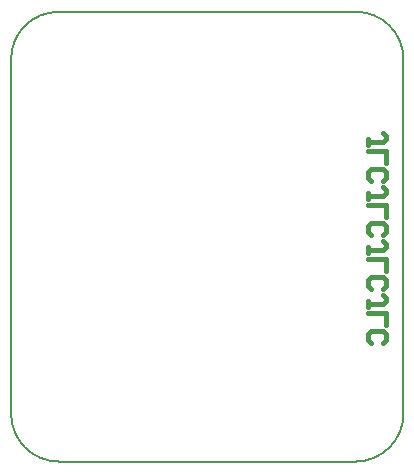
<source format=gbo>
G04*
G04 #@! TF.GenerationSoftware,Altium Limited,Altium Designer,22.5.1 (42)*
G04*
G04 Layer_Color=32896*
%FSLAX24Y24*%
%MOIN*%
G70*
G04*
G04 #@! TF.SameCoordinates,E74D48CB-94F9-49E8-A9D1-9DB3703255D2*
G04*
G04*
G04 #@! TF.FilePolarity,Positive*
G04*
G01*
G75*
%ADD12C,0.0079*%
%ADD15C,0.0150*%
%ADD16C,0.0079*%
D12*
X13089Y13423D02*
G03*
X11500Y14999I-1576J0D01*
G01*
X13089Y13410D02*
G03*
X13089Y13423I-1576J14D01*
G01*
X11500Y11D02*
G03*
X13089Y1600I-4J1593D01*
G01*
X1600Y14999D02*
G03*
X11Y13410I-14J-1576D01*
G01*
X11Y1600D02*
G03*
X1600Y11I1589J0D01*
G01*
X13089Y13410D02*
Y13410D01*
X13089Y1600D02*
X13089Y13410D01*
X11500Y14999D02*
X11500D01*
X1600D02*
X11500D01*
X1600D02*
X1600D01*
X11Y13410D02*
Y13410D01*
Y13410D02*
X11Y1600D01*
Y1600D02*
Y1600D01*
X1600Y11D02*
X11500D01*
X1600D02*
X1600D01*
D15*
X11900Y10560D02*
Y10760D01*
Y10660D01*
X12400D01*
X12500Y10760D01*
Y10860D01*
X12400Y10960D01*
X11900Y10360D02*
X12500D01*
Y9960D01*
X12000Y9361D02*
X11900Y9460D01*
Y9660D01*
X12000Y9760D01*
X12400D01*
X12500Y9660D01*
Y9460D01*
X12400Y9361D01*
X11900Y8761D02*
Y8961D01*
Y8861D01*
X12400D01*
X12500Y8961D01*
Y9061D01*
X12400Y9161D01*
X11900Y8561D02*
X12500D01*
Y8161D01*
X12000Y7561D02*
X11900Y7661D01*
Y7861D01*
X12000Y7961D01*
X12400D01*
X12500Y7861D01*
Y7661D01*
X12400Y7561D01*
X11900Y6961D02*
Y7161D01*
Y7061D01*
X12400D01*
X12500Y7161D01*
Y7261D01*
X12400Y7361D01*
X11900Y6761D02*
X12500D01*
Y6361D01*
X12000Y5762D02*
X11900Y5862D01*
Y6062D01*
X12000Y6162D01*
X12400D01*
X12500Y6062D01*
Y5862D01*
X12400Y5762D01*
X11900Y5162D02*
Y5362D01*
Y5262D01*
X12400D01*
X12500Y5362D01*
Y5462D01*
X12400Y5562D01*
X11900Y4962D02*
X12500D01*
Y4562D01*
X12000Y3962D02*
X11900Y4062D01*
Y4262D01*
X12000Y4362D01*
X12400D01*
X12500Y4262D01*
Y4062D01*
X12400Y3962D01*
D16*
X11500Y14999D02*
D03*
X13089Y13410D02*
D03*
X13089Y1600D02*
D03*
X13089D02*
D03*
X11500Y11D02*
D03*
X11Y13410D02*
D03*
X1600Y14999D02*
D03*
M02*

</source>
